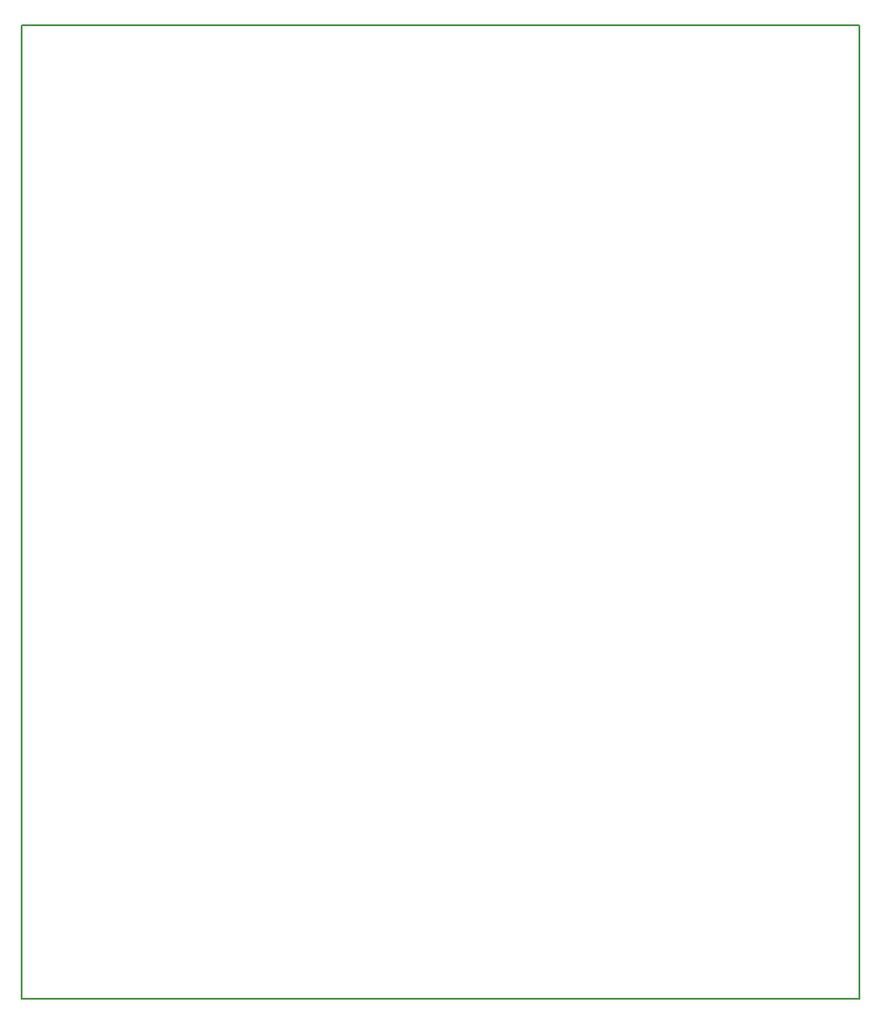
<source format=gbr>
G04 DipTrace Beta 3.0.9.0*
G04 BoardOutline.gbr*
%MOIN*%
G04 #@! TF.FileFunction,Profile*
G04 #@! TF.Part,Single*
%ADD11C,0.005512*%
%FSLAX26Y26*%
G04*
G70*
G90*
G75*
G01*
G04 BoardOutline*
%LPD*%
X0Y0D2*
D11*
X3100000D1*
Y3600000D1*
X0D1*
Y0D1*
M02*

</source>
